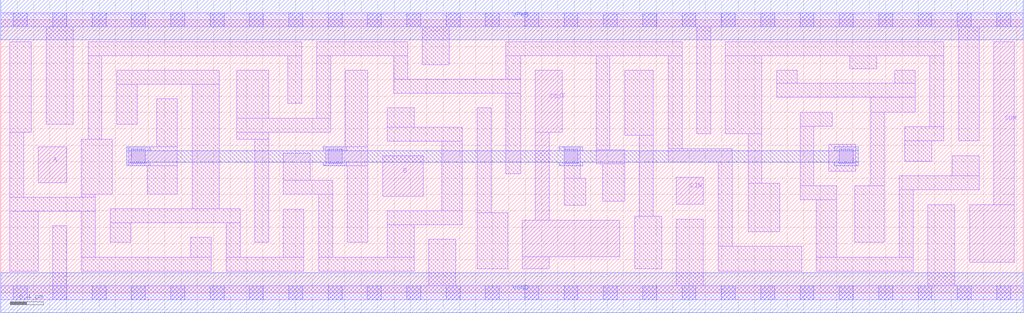
<source format=lef>
# Copyright 2020 The SkyWater PDK Authors
#
# Licensed under the Apache License, Version 2.0 (the "License");
# you may not use this file except in compliance with the License.
# You may obtain a copy of the License at
#
#     https://www.apache.org/licenses/LICENSE-2.0
#
# Unless required by applicable law or agreed to in writing, software
# distributed under the License is distributed on an "AS IS" BASIS,
# WITHOUT WARRANTIES OR CONDITIONS OF ANY KIND, either express or implied.
# See the License for the specific language governing permissions and
# limitations under the License.
#
# SPDX-License-Identifier: Apache-2.0

VERSION 5.7 ;
  NAMESCASESENSITIVE ON ;
  NOWIREEXTENSIONATPIN ON ;
  DIVIDERCHAR "/" ;
  BUSBITCHARS "[]" ;
UNITS
  DATABASE MICRONS 200 ;
END UNITS
MACRO sky130_fd_sc_lp__fahcin_1
  CLASS CORE ;
  SOURCE USER ;
  FOREIGN sky130_fd_sc_lp__fahcin_1 ;
  ORIGIN  0.000000  0.000000 ;
  SIZE  12.48000 BY  3.330000 ;
  SYMMETRY X Y R90 ;
  SITE unit ;
  PIN A
    ANTENNAGATEAREA  0.315000 ;
    DIRECTION INPUT ;
    USE SIGNAL ;
    PORT
      LAYER li1 ;
        RECT 0.460000 1.345000 0.805000 1.780000 ;
    END
  END A
  PIN B
    ANTENNAGATEAREA  0.759000 ;
    DIRECTION INPUT ;
    USE SIGNAL ;
    PORT
      LAYER li1 ;
        RECT 4.660000 1.180000 5.155000 1.670000 ;
    END
  END B
  PIN CIN
    ANTENNAGATEAREA  0.561000 ;
    DIRECTION INPUT ;
    USE SIGNAL ;
    PORT
      LAYER li1 ;
        RECT 8.245000 1.080000 8.575000 1.410000 ;
    END
  END CIN
  PIN COUT
    ANTENNADIFFAREA  1.564400 ;
    DIRECTION OUTPUT ;
    USE SIGNAL ;
    PORT
      LAYER li1 ;
        RECT 6.365000 0.295000 6.695000 0.440000 ;
        RECT 6.365000 0.440000 7.555000 0.885000 ;
        RECT 6.525000 0.885000 6.695000 1.960000 ;
        RECT 6.525000 1.960000 6.855000 2.715000 ;
    END
  END COUT
  PIN SUM
    ANTENNADIFFAREA  0.592200 ;
    DIRECTION OUTPUT ;
    USE SIGNAL ;
    PORT
      LAYER li1 ;
        RECT 11.825000 0.375000 12.370000 1.075000 ;
        RECT 12.120000 1.075000 12.370000 3.065000 ;
    END
  END SUM
  PIN VGND
    DIRECTION INOUT ;
    USE GROUND ;
    PORT
      LAYER met1 ;
        RECT 0.000000 -0.245000 12.480000 0.245000 ;
    END
  END VGND
  PIN VPWR
    DIRECTION INOUT ;
    USE POWER ;
    PORT
      LAYER met1 ;
        RECT 0.000000 3.085000 12.480000 3.575000 ;
    END
  END VPWR
  OBS
    LAYER li1 ;
      RECT  0.000000 -0.085000 12.480000 0.085000 ;
      RECT  0.000000  3.245000 12.480000 3.415000 ;
      RECT  0.110000  0.265000  0.455000 0.995000 ;
      RECT  0.110000  0.995000  1.155000 1.165000 ;
      RECT  0.110000  1.165000  0.280000 1.960000 ;
      RECT  0.110000  1.960000  0.375000 3.065000 ;
      RECT  0.555000  2.055000  0.885000 3.245000 ;
      RECT  0.635000  0.085000  0.805000 0.815000 ;
      RECT  0.985000  0.265000  2.570000 0.435000 ;
      RECT  0.985000  0.435000  1.155000 0.995000 ;
      RECT  0.985000  1.165000  1.155000 1.205000 ;
      RECT  0.985000  1.205000  1.360000 1.875000 ;
      RECT  1.065000  1.875000  1.235000 2.895000 ;
      RECT  1.065000  2.895000  3.675000 3.065000 ;
      RECT  1.335000  0.615000  1.585000 0.855000 ;
      RECT  1.335000  0.855000  2.920000 1.025000 ;
      RECT  1.415000  2.055000  1.665000 2.545000 ;
      RECT  1.415000  2.545000  2.665000 2.715000 ;
      RECT  1.565000  1.550000  2.155000 1.780000 ;
      RECT  1.785000  1.205000  2.155000 1.550000 ;
      RECT  1.905000  1.780000  2.155000 2.365000 ;
      RECT  2.320000  0.435000  2.570000 0.675000 ;
      RECT  2.335000  1.025000  2.665000 2.545000 ;
      RECT  2.750000  0.265000  3.700000 0.435000 ;
      RECT  2.750000  0.435000  2.920000 0.855000 ;
      RECT  2.880000  1.875000  3.270000 1.960000 ;
      RECT  2.880000  1.960000  4.025000 2.130000 ;
      RECT  2.880000  2.130000  3.270000 2.715000 ;
      RECT  3.100000  0.615000  3.270000 1.875000 ;
      RECT  3.450000  0.435000  3.700000 1.020000 ;
      RECT  3.450000  1.200000  4.050000 1.370000 ;
      RECT  3.450000  1.370000  3.780000 1.705000 ;
      RECT  3.505000  2.310000  3.675000 2.895000 ;
      RECT  3.855000  2.130000  4.025000 2.895000 ;
      RECT  3.855000  2.895000  4.965000 3.065000 ;
      RECT  3.880000  0.265000  5.045000 0.435000 ;
      RECT  3.880000  0.435000  4.050000 1.200000 ;
      RECT  3.965000  1.550000  4.480000 1.780000 ;
      RECT  4.205000  1.780000  4.480000 2.715000 ;
      RECT  4.230000  0.615000  4.480000 1.550000 ;
      RECT  4.715000  0.435000  5.045000 0.830000 ;
      RECT  4.715000  0.830000  5.635000 1.000000 ;
      RECT  4.715000  1.850000  5.635000 2.020000 ;
      RECT  4.715000  2.020000  5.045000 2.255000 ;
      RECT  4.795000  2.435000  6.345000 2.605000 ;
      RECT  4.795000  2.605000  4.965000 2.895000 ;
      RECT  5.145000  2.785000  5.475000 3.245000 ;
      RECT  5.225000  0.085000  5.555000 0.650000 ;
      RECT  5.380000  1.000000  5.635000 1.850000 ;
      RECT  5.815000  0.295000  6.185000 0.975000 ;
      RECT  5.815000  0.975000  5.985000 2.255000 ;
      RECT  6.165000  1.455000  6.345000 2.435000 ;
      RECT  6.165000  2.605000  6.345000 2.895000 ;
      RECT  6.165000  2.895000  8.315000 3.065000 ;
      RECT  6.875000  1.065000  7.140000 1.395000 ;
      RECT  6.875000  1.395000  7.075000 1.780000 ;
      RECT  7.265000  1.575000  7.615000 1.745000 ;
      RECT  7.265000  1.745000  7.435000 2.895000 ;
      RECT  7.350000  1.115000  7.615000 1.575000 ;
      RECT  7.615000  1.925000  7.965000 2.715000 ;
      RECT  7.735000  0.295000  8.065000 0.935000 ;
      RECT  7.795000  0.935000  7.965000 1.925000 ;
      RECT  8.145000  1.590000  8.925000 1.760000 ;
      RECT  8.145000  1.760000  8.315000 2.895000 ;
      RECT  8.245000  0.085000  8.575000 0.900000 ;
      RECT  8.495000  1.940000  8.665000 3.245000 ;
      RECT  8.755000  0.265000  9.775000 0.565000 ;
      RECT  8.755000  0.565000  8.925000 1.590000 ;
      RECT  8.845000  1.940000  9.290000 2.895000 ;
      RECT  8.845000  2.895000 11.510000 3.065000 ;
      RECT  9.120000  0.745000  9.505000 1.335000 ;
      RECT  9.120000  1.335000  9.290000 1.940000 ;
      RECT  9.470000  2.385000 11.160000 2.555000 ;
      RECT  9.470000  2.555000  9.720000 2.715000 ;
      RECT  9.755000  1.135000 10.205000 1.305000 ;
      RECT  9.755000  1.305000  9.925000 2.035000 ;
      RECT  9.755000  2.035000 10.150000 2.205000 ;
      RECT  9.955000  0.265000 11.135000 0.435000 ;
      RECT  9.955000  0.435000 10.205000 1.135000 ;
      RECT 10.105000  1.485000 10.435000 1.815000 ;
      RECT 10.360000  2.735000 10.690000 2.895000 ;
      RECT 10.420000  0.615000 10.785000 1.305000 ;
      RECT 10.615000  1.305000 10.785000 2.205000 ;
      RECT 10.615000  2.205000 11.160000 2.385000 ;
      RECT 10.910000  2.555000 11.160000 2.715000 ;
      RECT 10.965000  0.435000 11.135000 1.255000 ;
      RECT 10.965000  1.255000 11.940000 1.425000 ;
      RECT 11.035000  1.605000 11.365000 1.855000 ;
      RECT 11.035000  1.855000 11.510000 2.025000 ;
      RECT 11.315000  0.085000 11.645000 1.075000 ;
      RECT 11.340000  2.025000 11.510000 2.895000 ;
      RECT 11.610000  1.425000 11.940000 1.675000 ;
      RECT 11.690000  1.855000 11.940000 3.245000 ;
    LAYER mcon ;
      RECT  0.155000 -0.085000  0.325000 0.085000 ;
      RECT  0.155000  3.245000  0.325000 3.415000 ;
      RECT  0.635000 -0.085000  0.805000 0.085000 ;
      RECT  0.635000  3.245000  0.805000 3.415000 ;
      RECT  1.115000 -0.085000  1.285000 0.085000 ;
      RECT  1.115000  3.245000  1.285000 3.415000 ;
      RECT  1.595000 -0.085000  1.765000 0.085000 ;
      RECT  1.595000  1.580000  1.765000 1.750000 ;
      RECT  1.595000  3.245000  1.765000 3.415000 ;
      RECT  2.075000 -0.085000  2.245000 0.085000 ;
      RECT  2.075000  3.245000  2.245000 3.415000 ;
      RECT  2.555000 -0.085000  2.725000 0.085000 ;
      RECT  2.555000  3.245000  2.725000 3.415000 ;
      RECT  3.035000 -0.085000  3.205000 0.085000 ;
      RECT  3.035000  3.245000  3.205000 3.415000 ;
      RECT  3.515000 -0.085000  3.685000 0.085000 ;
      RECT  3.515000  3.245000  3.685000 3.415000 ;
      RECT  3.995000 -0.085000  4.165000 0.085000 ;
      RECT  3.995000  1.580000  4.165000 1.750000 ;
      RECT  3.995000  3.245000  4.165000 3.415000 ;
      RECT  4.475000 -0.085000  4.645000 0.085000 ;
      RECT  4.475000  3.245000  4.645000 3.415000 ;
      RECT  4.955000 -0.085000  5.125000 0.085000 ;
      RECT  4.955000  3.245000  5.125000 3.415000 ;
      RECT  5.435000 -0.085000  5.605000 0.085000 ;
      RECT  5.435000  3.245000  5.605000 3.415000 ;
      RECT  5.915000 -0.085000  6.085000 0.085000 ;
      RECT  5.915000  3.245000  6.085000 3.415000 ;
      RECT  6.395000 -0.085000  6.565000 0.085000 ;
      RECT  6.395000  3.245000  6.565000 3.415000 ;
      RECT  6.875000 -0.085000  7.045000 0.085000 ;
      RECT  6.875000  1.580000  7.045000 1.750000 ;
      RECT  6.875000  3.245000  7.045000 3.415000 ;
      RECT  7.355000 -0.085000  7.525000 0.085000 ;
      RECT  7.355000  3.245000  7.525000 3.415000 ;
      RECT  7.835000 -0.085000  8.005000 0.085000 ;
      RECT  7.835000  3.245000  8.005000 3.415000 ;
      RECT  8.315000 -0.085000  8.485000 0.085000 ;
      RECT  8.315000  3.245000  8.485000 3.415000 ;
      RECT  8.795000 -0.085000  8.965000 0.085000 ;
      RECT  8.795000  3.245000  8.965000 3.415000 ;
      RECT  9.275000 -0.085000  9.445000 0.085000 ;
      RECT  9.275000  3.245000  9.445000 3.415000 ;
      RECT  9.755000 -0.085000  9.925000 0.085000 ;
      RECT  9.755000  3.245000  9.925000 3.415000 ;
      RECT 10.235000 -0.085000 10.405000 0.085000 ;
      RECT 10.235000  1.580000 10.405000 1.750000 ;
      RECT 10.235000  3.245000 10.405000 3.415000 ;
      RECT 10.715000 -0.085000 10.885000 0.085000 ;
      RECT 10.715000  3.245000 10.885000 3.415000 ;
      RECT 11.195000 -0.085000 11.365000 0.085000 ;
      RECT 11.195000  3.245000 11.365000 3.415000 ;
      RECT 11.675000 -0.085000 11.845000 0.085000 ;
      RECT 11.675000  3.245000 11.845000 3.415000 ;
      RECT 12.155000 -0.085000 12.325000 0.085000 ;
      RECT 12.155000  3.245000 12.325000 3.415000 ;
    LAYER met1 ;
      RECT  1.535000 1.550000  1.825000 1.595000 ;
      RECT  1.535000 1.595000 10.465000 1.735000 ;
      RECT  1.535000 1.735000  1.825000 1.780000 ;
      RECT  3.935000 1.550000  4.225000 1.595000 ;
      RECT  3.935000 1.735000  4.225000 1.780000 ;
      RECT  6.815000 1.550000  7.105000 1.595000 ;
      RECT  6.815000 1.735000  7.105000 1.780000 ;
      RECT 10.175000 1.550000 10.465000 1.595000 ;
      RECT 10.175000 1.735000 10.465000 1.780000 ;
  END
END sky130_fd_sc_lp__fahcin_1
END LIBRARY

</source>
